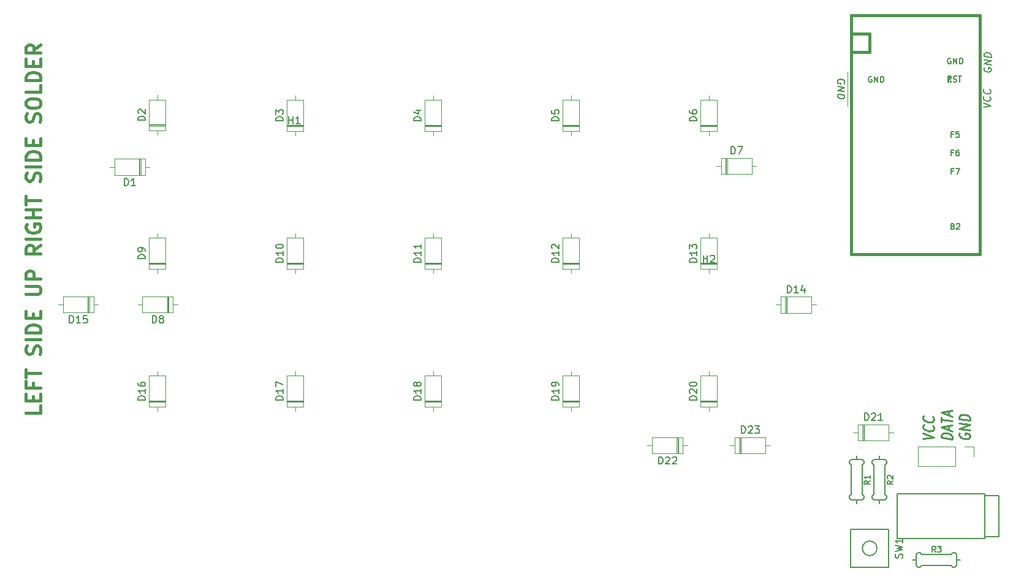
<source format=gbr>
G04 #@! TF.GenerationSoftware,KiCad,Pcbnew,(6.0.0-rc1-dev-1668-g04a478f85)*
G04 #@! TF.CreationDate,2019-04-17T01:05:03-07:00
G04 #@! TF.ProjectId,meson,6d65736f-6e2e-46b6-9963-61645f706362,rev?*
G04 #@! TF.SameCoordinates,Original*
G04 #@! TF.FileFunction,Legend,Top*
G04 #@! TF.FilePolarity,Positive*
%FSLAX46Y46*%
G04 Gerber Fmt 4.6, Leading zero omitted, Abs format (unit mm)*
G04 Created by KiCad (PCBNEW (6.0.0-rc1-dev-1668-g04a478f85)) date 2019-04-17 01:05:03*
%MOMM*%
%LPD*%
G04 APERTURE LIST*
%ADD10C,0.450000*%
%ADD11C,0.120000*%
%ADD12C,0.150000*%
%ADD13C,0.250000*%
%ADD14C,0.381000*%
G04 APERTURE END LIST*
D10*
X126736361Y-99676071D02*
X126736361Y-100628452D01*
X124736361Y-100628452D01*
X125688742Y-99009404D02*
X125688742Y-98342738D01*
X126736361Y-98057023D02*
X126736361Y-99009404D01*
X124736361Y-99009404D01*
X124736361Y-98057023D01*
X125688742Y-96533214D02*
X125688742Y-97199880D01*
X126736361Y-97199880D02*
X124736361Y-97199880D01*
X124736361Y-96247500D01*
X124736361Y-95771309D02*
X124736361Y-94628452D01*
X126736361Y-95199880D02*
X124736361Y-95199880D01*
X126641123Y-92533214D02*
X126736361Y-92247500D01*
X126736361Y-91771309D01*
X126641123Y-91580833D01*
X126545885Y-91485595D01*
X126355409Y-91390357D01*
X126164933Y-91390357D01*
X125974457Y-91485595D01*
X125879219Y-91580833D01*
X125783980Y-91771309D01*
X125688742Y-92152261D01*
X125593504Y-92342738D01*
X125498266Y-92437976D01*
X125307790Y-92533214D01*
X125117314Y-92533214D01*
X124926838Y-92437976D01*
X124831600Y-92342738D01*
X124736361Y-92152261D01*
X124736361Y-91676071D01*
X124831600Y-91390357D01*
X126736361Y-90533214D02*
X124736361Y-90533214D01*
X126736361Y-89580833D02*
X124736361Y-89580833D01*
X124736361Y-89104642D01*
X124831600Y-88818928D01*
X125022076Y-88628452D01*
X125212552Y-88533214D01*
X125593504Y-88437976D01*
X125879219Y-88437976D01*
X126260171Y-88533214D01*
X126450647Y-88628452D01*
X126641123Y-88818928D01*
X126736361Y-89104642D01*
X126736361Y-89580833D01*
X125688742Y-87580833D02*
X125688742Y-86914166D01*
X126736361Y-86628452D02*
X126736361Y-87580833D01*
X124736361Y-87580833D01*
X124736361Y-86628452D01*
X124736361Y-84247500D02*
X126355409Y-84247500D01*
X126545885Y-84152261D01*
X126641123Y-84057023D01*
X126736361Y-83866547D01*
X126736361Y-83485595D01*
X126641123Y-83295119D01*
X126545885Y-83199880D01*
X126355409Y-83104642D01*
X124736361Y-83104642D01*
X126736361Y-82152261D02*
X124736361Y-82152261D01*
X124736361Y-81390357D01*
X124831600Y-81199880D01*
X124926838Y-81104642D01*
X125117314Y-81009404D01*
X125403028Y-81009404D01*
X125593504Y-81104642D01*
X125688742Y-81199880D01*
X125783980Y-81390357D01*
X125783980Y-82152261D01*
X126736361Y-77485595D02*
X125783980Y-78152261D01*
X126736361Y-78628452D02*
X124736361Y-78628452D01*
X124736361Y-77866547D01*
X124831600Y-77676071D01*
X124926838Y-77580833D01*
X125117314Y-77485595D01*
X125403028Y-77485595D01*
X125593504Y-77580833D01*
X125688742Y-77676071D01*
X125783980Y-77866547D01*
X125783980Y-78628452D01*
X126736361Y-76628452D02*
X124736361Y-76628452D01*
X124831600Y-74628452D02*
X124736361Y-74818928D01*
X124736361Y-75104642D01*
X124831600Y-75390357D01*
X125022076Y-75580833D01*
X125212552Y-75676071D01*
X125593504Y-75771309D01*
X125879219Y-75771309D01*
X126260171Y-75676071D01*
X126450647Y-75580833D01*
X126641123Y-75390357D01*
X126736361Y-75104642D01*
X126736361Y-74914166D01*
X126641123Y-74628452D01*
X126545885Y-74533214D01*
X125879219Y-74533214D01*
X125879219Y-74914166D01*
X126736361Y-73676071D02*
X124736361Y-73676071D01*
X125688742Y-73676071D02*
X125688742Y-72533214D01*
X126736361Y-72533214D02*
X124736361Y-72533214D01*
X124736361Y-71866547D02*
X124736361Y-70723690D01*
X126736361Y-71295119D02*
X124736361Y-71295119D01*
X126641123Y-68628452D02*
X126736361Y-68342738D01*
X126736361Y-67866547D01*
X126641123Y-67676071D01*
X126545885Y-67580833D01*
X126355409Y-67485595D01*
X126164933Y-67485595D01*
X125974457Y-67580833D01*
X125879219Y-67676071D01*
X125783980Y-67866547D01*
X125688742Y-68247500D01*
X125593504Y-68437976D01*
X125498266Y-68533214D01*
X125307790Y-68628452D01*
X125117314Y-68628452D01*
X124926838Y-68533214D01*
X124831600Y-68437976D01*
X124736361Y-68247500D01*
X124736361Y-67771309D01*
X124831600Y-67485595D01*
X126736361Y-66628452D02*
X124736361Y-66628452D01*
X126736361Y-65676071D02*
X124736361Y-65676071D01*
X124736361Y-65199880D01*
X124831600Y-64914166D01*
X125022076Y-64723690D01*
X125212552Y-64628452D01*
X125593504Y-64533214D01*
X125879219Y-64533214D01*
X126260171Y-64628452D01*
X126450647Y-64723690D01*
X126641123Y-64914166D01*
X126736361Y-65199880D01*
X126736361Y-65676071D01*
X125688742Y-63676071D02*
X125688742Y-63009404D01*
X126736361Y-62723690D02*
X126736361Y-63676071D01*
X124736361Y-63676071D01*
X124736361Y-62723690D01*
X126641123Y-60437976D02*
X126736361Y-60152261D01*
X126736361Y-59676071D01*
X126641123Y-59485595D01*
X126545885Y-59390357D01*
X126355409Y-59295119D01*
X126164933Y-59295119D01*
X125974457Y-59390357D01*
X125879219Y-59485595D01*
X125783980Y-59676071D01*
X125688742Y-60057023D01*
X125593504Y-60247500D01*
X125498266Y-60342738D01*
X125307790Y-60437976D01*
X125117314Y-60437976D01*
X124926838Y-60342738D01*
X124831600Y-60247500D01*
X124736361Y-60057023D01*
X124736361Y-59580833D01*
X124831600Y-59295119D01*
X124736361Y-58057023D02*
X124736361Y-57676071D01*
X124831600Y-57485595D01*
X125022076Y-57295119D01*
X125403028Y-57199880D01*
X126069695Y-57199880D01*
X126450647Y-57295119D01*
X126641123Y-57485595D01*
X126736361Y-57676071D01*
X126736361Y-58057023D01*
X126641123Y-58247500D01*
X126450647Y-58437976D01*
X126069695Y-58533214D01*
X125403028Y-58533214D01*
X125022076Y-58437976D01*
X124831600Y-58247500D01*
X124736361Y-58057023D01*
X126736361Y-55390357D02*
X126736361Y-56342738D01*
X124736361Y-56342738D01*
X126736361Y-54723690D02*
X124736361Y-54723690D01*
X124736361Y-54247500D01*
X124831600Y-53961785D01*
X125022076Y-53771309D01*
X125212552Y-53676071D01*
X125593504Y-53580833D01*
X125879219Y-53580833D01*
X126260171Y-53676071D01*
X126450647Y-53771309D01*
X126641123Y-53961785D01*
X126736361Y-54247500D01*
X126736361Y-54723690D01*
X125688742Y-52723690D02*
X125688742Y-52057023D01*
X126736361Y-51771309D02*
X126736361Y-52723690D01*
X124736361Y-52723690D01*
X124736361Y-51771309D01*
X126736361Y-49771309D02*
X125783980Y-50437976D01*
X126736361Y-50914166D02*
X124736361Y-50914166D01*
X124736361Y-50152261D01*
X124831600Y-49961785D01*
X124926838Y-49866547D01*
X125117314Y-49771309D01*
X125403028Y-49771309D01*
X125593504Y-49866547D01*
X125688742Y-49961785D01*
X125783980Y-50152261D01*
X125783980Y-50914166D01*
D11*
X238226600Y-58242200D02*
X238226600Y-53492400D01*
D12*
X237799500Y-55200657D02*
X237847119Y-55111372D01*
X237847119Y-54968514D01*
X237799500Y-54819705D01*
X237704261Y-54712562D01*
X237609023Y-54653038D01*
X237418547Y-54581610D01*
X237275690Y-54563752D01*
X237085214Y-54587562D01*
X236989976Y-54623276D01*
X236894738Y-54706610D01*
X236847119Y-54843514D01*
X236847119Y-54938752D01*
X236894738Y-55087562D01*
X236942357Y-55141133D01*
X237275690Y-55182800D01*
X237275690Y-54992324D01*
X236847119Y-55557800D02*
X237847119Y-55682800D01*
X236847119Y-56129229D01*
X237847119Y-56254229D01*
X236847119Y-56605419D02*
X237847119Y-56730419D01*
X237847119Y-56968514D01*
X237799500Y-57105419D01*
X237704261Y-57188752D01*
X237609023Y-57224467D01*
X237418547Y-57248276D01*
X237275690Y-57230419D01*
X237085214Y-57158991D01*
X236989976Y-57099467D01*
X236894738Y-56992324D01*
X236847119Y-56843514D01*
X236847119Y-56605419D01*
X257144900Y-52927142D02*
X257097280Y-53016427D01*
X257097280Y-53159285D01*
X257144900Y-53308094D01*
X257240138Y-53415237D01*
X257335376Y-53474761D01*
X257525852Y-53546189D01*
X257668709Y-53564047D01*
X257859185Y-53540237D01*
X257954423Y-53504523D01*
X258049661Y-53421189D01*
X258097280Y-53284285D01*
X258097280Y-53189047D01*
X258049661Y-53040237D01*
X258002042Y-52986666D01*
X257668709Y-52944999D01*
X257668709Y-53135475D01*
X258097280Y-52569999D02*
X257097280Y-52444999D01*
X258097280Y-51998570D01*
X257097280Y-51873570D01*
X258097280Y-51522380D02*
X257097280Y-51397380D01*
X257097280Y-51159285D01*
X257144900Y-51022380D01*
X257240138Y-50939047D01*
X257335376Y-50903332D01*
X257525852Y-50879523D01*
X257668709Y-50897380D01*
X257859185Y-50968808D01*
X257954423Y-51028332D01*
X258049661Y-51135475D01*
X258097280Y-51284285D01*
X258097280Y-51522380D01*
X257008380Y-58458318D02*
X258008380Y-58249985D01*
X257008380Y-57791651D01*
X257913142Y-56999985D02*
X257960761Y-57053556D01*
X258008380Y-57202366D01*
X258008380Y-57297604D01*
X257960761Y-57434508D01*
X257865523Y-57517842D01*
X257770285Y-57553556D01*
X257579809Y-57577366D01*
X257436952Y-57559508D01*
X257246476Y-57488080D01*
X257151238Y-57428556D01*
X257056000Y-57321413D01*
X257008380Y-57172604D01*
X257008380Y-57077366D01*
X257056000Y-56940461D01*
X257103619Y-56898794D01*
X257913142Y-55999985D02*
X257960761Y-56053556D01*
X258008380Y-56202366D01*
X258008380Y-56297604D01*
X257960761Y-56434508D01*
X257865523Y-56517842D01*
X257770285Y-56553556D01*
X257579809Y-56577366D01*
X257436952Y-56559508D01*
X257246476Y-56488080D01*
X257151238Y-56428556D01*
X257056000Y-56321413D01*
X257008380Y-56172604D01*
X257008380Y-56077366D01*
X257056000Y-55940461D01*
X257103619Y-55898794D01*
D13*
X248677051Y-104264003D02*
X250177051Y-104034837D01*
X248677051Y-103430670D01*
X250034194Y-102469360D02*
X250105622Y-102537813D01*
X250177051Y-102725313D01*
X250177051Y-102844360D01*
X250105622Y-103014003D01*
X249962765Y-103115194D01*
X249819908Y-103156860D01*
X249534194Y-103180670D01*
X249319908Y-103153884D01*
X249034194Y-103058646D01*
X248891337Y-102981265D01*
X248748480Y-102844360D01*
X248677051Y-102656860D01*
X248677051Y-102537813D01*
X248748480Y-102368170D01*
X248819908Y-102317575D01*
X250034194Y-101219360D02*
X250105622Y-101287813D01*
X250177051Y-101475313D01*
X250177051Y-101594360D01*
X250105622Y-101764003D01*
X249962765Y-101865194D01*
X249819908Y-101906860D01*
X249534194Y-101930670D01*
X249319908Y-101903884D01*
X249034194Y-101808646D01*
X248891337Y-101731265D01*
X248748480Y-101594360D01*
X248677051Y-101406860D01*
X248677051Y-101287813D01*
X248748480Y-101118170D01*
X248819908Y-101067575D01*
X252677051Y-104272932D02*
X251177051Y-104085432D01*
X251177051Y-103787813D01*
X251248480Y-103618170D01*
X251391337Y-103516980D01*
X251534194Y-103475313D01*
X251819908Y-103451503D01*
X252034194Y-103478289D01*
X252319908Y-103573527D01*
X252462765Y-103650908D01*
X252605622Y-103787813D01*
X252677051Y-103975313D01*
X252677051Y-104272932D01*
X252248480Y-103028884D02*
X252248480Y-102433646D01*
X252677051Y-103201503D02*
X251177051Y-102597337D01*
X252677051Y-102368170D01*
X251177051Y-101942575D02*
X251177051Y-101228289D01*
X252677051Y-101772932D02*
X251177051Y-101585432D01*
X252248480Y-101005075D02*
X252248480Y-100409837D01*
X252677051Y-101177694D02*
X251177051Y-100573527D01*
X252677051Y-100344360D01*
X253748480Y-103439599D02*
X253677051Y-103549718D01*
X253677051Y-103728289D01*
X253748480Y-103915789D01*
X253891337Y-104052694D01*
X254034194Y-104130075D01*
X254319908Y-104225313D01*
X254534194Y-104252099D01*
X254819908Y-104228289D01*
X254962765Y-104186622D01*
X255105622Y-104085432D01*
X255177051Y-103915789D01*
X255177051Y-103796741D01*
X255105622Y-103609241D01*
X255034194Y-103540789D01*
X254534194Y-103478289D01*
X254534194Y-103716384D01*
X255177051Y-103022932D02*
X253677051Y-102835432D01*
X255177051Y-102308646D01*
X253677051Y-102121146D01*
X255177051Y-101713408D02*
X253677051Y-101525908D01*
X253677051Y-101228289D01*
X253748480Y-101058646D01*
X253891337Y-100957456D01*
X254034194Y-100915789D01*
X254319908Y-100891980D01*
X254534194Y-100918765D01*
X254819908Y-101014003D01*
X254962765Y-101091384D01*
X255105622Y-101228289D01*
X255177051Y-101415789D01*
X255177051Y-101713408D01*
D12*
X238700000Y-121980000D02*
X238700000Y-116780000D01*
X238700000Y-116780000D02*
X243900000Y-116780000D01*
X243900000Y-116780000D02*
X243900000Y-121980000D01*
X243900000Y-121980000D02*
X238700000Y-121980000D01*
X242300000Y-119380000D02*
G75*
G03X242300000Y-119380000I-1000000J0D01*
G01*
X253301500Y-121793000D02*
X253047500Y-122047000D01*
X253047500Y-122047000D02*
X252793500Y-122047000D01*
X252793500Y-122047000D02*
X252539500Y-121793000D01*
X252539500Y-121793000D02*
X248475500Y-121793000D01*
X248475500Y-121793000D02*
X248221500Y-122047000D01*
X248221500Y-122047000D02*
X247967500Y-122047000D01*
X247967500Y-122047000D02*
X247713500Y-121793000D01*
X247713500Y-121793000D02*
X247713500Y-120269000D01*
X247713500Y-120269000D02*
X247967500Y-120015000D01*
X247967500Y-120015000D02*
X248221500Y-120015000D01*
X248221500Y-120015000D02*
X248475500Y-120269000D01*
X248475500Y-120269000D02*
X252539500Y-120269000D01*
X252539500Y-120269000D02*
X252793500Y-120015000D01*
X252793500Y-120015000D02*
X253047500Y-120015000D01*
X253047500Y-120015000D02*
X253301500Y-120269000D01*
X253301500Y-120269000D02*
X253301500Y-121793000D01*
X253809500Y-121031000D02*
X253301500Y-121031000D01*
X247713500Y-121031000D02*
X247205500Y-121031000D01*
X257175000Y-117985000D02*
X257175000Y-111885000D01*
X245075000Y-117985000D02*
X245075000Y-111885000D01*
X257175000Y-117985000D02*
X245075000Y-117985000D01*
X257175000Y-111885000D02*
X245075000Y-111885000D01*
X257175000Y-117735000D02*
X259175000Y-117735000D01*
X257175000Y-112135000D02*
X259175000Y-112135000D01*
X259175000Y-117735000D02*
X259175000Y-112135000D01*
D11*
X140579920Y-67802620D02*
X140579920Y-65562620D01*
X140339920Y-67802620D02*
X140339920Y-65562620D01*
X140459920Y-67802620D02*
X140459920Y-65562620D01*
X136289920Y-66682620D02*
X136939920Y-66682620D01*
X141829920Y-66682620D02*
X141179920Y-66682620D01*
X136939920Y-67802620D02*
X141179920Y-67802620D01*
X136939920Y-65562620D02*
X136939920Y-67802620D01*
X141179920Y-65562620D02*
X136939920Y-65562620D01*
X141179920Y-67802620D02*
X141179920Y-65562620D01*
X141755000Y-61006800D02*
X143995000Y-61006800D01*
X141755000Y-60766800D02*
X143995000Y-60766800D01*
X141755000Y-60886800D02*
X143995000Y-60886800D01*
X142875000Y-56716800D02*
X142875000Y-57366800D01*
X142875000Y-62256800D02*
X142875000Y-61606800D01*
X141755000Y-57366800D02*
X141755000Y-61606800D01*
X143995000Y-57366800D02*
X141755000Y-57366800D01*
X143995000Y-61606800D02*
X143995000Y-57366800D01*
X141755000Y-61606800D02*
X143995000Y-61606800D01*
X160805000Y-61083000D02*
X163045000Y-61083000D01*
X160805000Y-60843000D02*
X163045000Y-60843000D01*
X160805000Y-60963000D02*
X163045000Y-60963000D01*
X161925000Y-56793000D02*
X161925000Y-57443000D01*
X161925000Y-62333000D02*
X161925000Y-61683000D01*
X160805000Y-57443000D02*
X160805000Y-61683000D01*
X163045000Y-57443000D02*
X160805000Y-57443000D01*
X163045000Y-61683000D02*
X163045000Y-57443000D01*
X160805000Y-61683000D02*
X163045000Y-61683000D01*
X179855000Y-61083000D02*
X182095000Y-61083000D01*
X179855000Y-60843000D02*
X182095000Y-60843000D01*
X179855000Y-60963000D02*
X182095000Y-60963000D01*
X180975000Y-56793000D02*
X180975000Y-57443000D01*
X180975000Y-62333000D02*
X180975000Y-61683000D01*
X179855000Y-57443000D02*
X179855000Y-61683000D01*
X182095000Y-57443000D02*
X179855000Y-57443000D01*
X182095000Y-61683000D02*
X182095000Y-57443000D01*
X179855000Y-61683000D02*
X182095000Y-61683000D01*
X198905000Y-61083000D02*
X201145000Y-61083000D01*
X198905000Y-60843000D02*
X201145000Y-60843000D01*
X198905000Y-60963000D02*
X201145000Y-60963000D01*
X200025000Y-56793000D02*
X200025000Y-57443000D01*
X200025000Y-62333000D02*
X200025000Y-61683000D01*
X198905000Y-57443000D02*
X198905000Y-61683000D01*
X201145000Y-57443000D02*
X198905000Y-57443000D01*
X201145000Y-61683000D02*
X201145000Y-57443000D01*
X198905000Y-61683000D02*
X201145000Y-61683000D01*
X217955000Y-61083000D02*
X220195000Y-61083000D01*
X217955000Y-60843000D02*
X220195000Y-60843000D01*
X217955000Y-60963000D02*
X220195000Y-60963000D01*
X219075000Y-56793000D02*
X219075000Y-57443000D01*
X219075000Y-62333000D02*
X219075000Y-61683000D01*
X217955000Y-57443000D02*
X217955000Y-61683000D01*
X220195000Y-57443000D02*
X217955000Y-57443000D01*
X220195000Y-61683000D02*
X220195000Y-57443000D01*
X217955000Y-61683000D02*
X220195000Y-61683000D01*
X221365000Y-65428000D02*
X221365000Y-67668000D01*
X221605000Y-65428000D02*
X221605000Y-67668000D01*
X221485000Y-65428000D02*
X221485000Y-67668000D01*
X225655000Y-66548000D02*
X225005000Y-66548000D01*
X220115000Y-66548000D02*
X220765000Y-66548000D01*
X225005000Y-65428000D02*
X220765000Y-65428000D01*
X225005000Y-67668000D02*
X225005000Y-65428000D01*
X220765000Y-67668000D02*
X225005000Y-67668000D01*
X220765000Y-65428000D02*
X220765000Y-67668000D01*
X144458500Y-86781500D02*
X144458500Y-84541500D01*
X144218500Y-86781500D02*
X144218500Y-84541500D01*
X144338500Y-86781500D02*
X144338500Y-84541500D01*
X140168500Y-85661500D02*
X140818500Y-85661500D01*
X145708500Y-85661500D02*
X145058500Y-85661500D01*
X140818500Y-86781500D02*
X145058500Y-86781500D01*
X140818500Y-84541500D02*
X140818500Y-86781500D01*
X145058500Y-84541500D02*
X140818500Y-84541500D01*
X145058500Y-86781500D02*
X145058500Y-84541500D01*
X141755000Y-80133000D02*
X143995000Y-80133000D01*
X141755000Y-79893000D02*
X143995000Y-79893000D01*
X141755000Y-80013000D02*
X143995000Y-80013000D01*
X142875000Y-75843000D02*
X142875000Y-76493000D01*
X142875000Y-81383000D02*
X142875000Y-80733000D01*
X141755000Y-76493000D02*
X141755000Y-80733000D01*
X143995000Y-76493000D02*
X141755000Y-76493000D01*
X143995000Y-80733000D02*
X143995000Y-76493000D01*
X141755000Y-80733000D02*
X143995000Y-80733000D01*
X160805000Y-80133000D02*
X163045000Y-80133000D01*
X160805000Y-79893000D02*
X163045000Y-79893000D01*
X160805000Y-80013000D02*
X163045000Y-80013000D01*
X161925000Y-75843000D02*
X161925000Y-76493000D01*
X161925000Y-81383000D02*
X161925000Y-80733000D01*
X160805000Y-76493000D02*
X160805000Y-80733000D01*
X163045000Y-76493000D02*
X160805000Y-76493000D01*
X163045000Y-80733000D02*
X163045000Y-76493000D01*
X160805000Y-80733000D02*
X163045000Y-80733000D01*
X179855000Y-80133000D02*
X182095000Y-80133000D01*
X179855000Y-79893000D02*
X182095000Y-79893000D01*
X179855000Y-80013000D02*
X182095000Y-80013000D01*
X180975000Y-75843000D02*
X180975000Y-76493000D01*
X180975000Y-81383000D02*
X180975000Y-80733000D01*
X179855000Y-76493000D02*
X179855000Y-80733000D01*
X182095000Y-76493000D02*
X179855000Y-76493000D01*
X182095000Y-80733000D02*
X182095000Y-76493000D01*
X179855000Y-80733000D02*
X182095000Y-80733000D01*
X198905000Y-80133000D02*
X201145000Y-80133000D01*
X198905000Y-79893000D02*
X201145000Y-79893000D01*
X198905000Y-80013000D02*
X201145000Y-80013000D01*
X200025000Y-75843000D02*
X200025000Y-76493000D01*
X200025000Y-81383000D02*
X200025000Y-80733000D01*
X198905000Y-76493000D02*
X198905000Y-80733000D01*
X201145000Y-76493000D02*
X198905000Y-76493000D01*
X201145000Y-80733000D02*
X201145000Y-76493000D01*
X198905000Y-80733000D02*
X201145000Y-80733000D01*
X217955000Y-80133000D02*
X220195000Y-80133000D01*
X217955000Y-79893000D02*
X220195000Y-79893000D01*
X217955000Y-80013000D02*
X220195000Y-80013000D01*
X219075000Y-75843000D02*
X219075000Y-76493000D01*
X219075000Y-81383000D02*
X219075000Y-80733000D01*
X217955000Y-76493000D02*
X217955000Y-80733000D01*
X220195000Y-76493000D02*
X217955000Y-76493000D01*
X220195000Y-80733000D02*
X220195000Y-76493000D01*
X217955000Y-80733000D02*
X220195000Y-80733000D01*
X229620000Y-84605000D02*
X229620000Y-86845000D01*
X229860000Y-84605000D02*
X229860000Y-86845000D01*
X229740000Y-84605000D02*
X229740000Y-86845000D01*
X233910000Y-85725000D02*
X233260000Y-85725000D01*
X228370000Y-85725000D02*
X229020000Y-85725000D01*
X233260000Y-84605000D02*
X229020000Y-84605000D01*
X233260000Y-86845000D02*
X233260000Y-84605000D01*
X229020000Y-86845000D02*
X233260000Y-86845000D01*
X229020000Y-84605000D02*
X229020000Y-86845000D01*
X133473000Y-86781500D02*
X133473000Y-84541500D01*
X133233000Y-86781500D02*
X133233000Y-84541500D01*
X133353000Y-86781500D02*
X133353000Y-84541500D01*
X129183000Y-85661500D02*
X129833000Y-85661500D01*
X134723000Y-85661500D02*
X134073000Y-85661500D01*
X129833000Y-86781500D02*
X134073000Y-86781500D01*
X129833000Y-84541500D02*
X129833000Y-86781500D01*
X134073000Y-84541500D02*
X129833000Y-84541500D01*
X134073000Y-86781500D02*
X134073000Y-84541500D01*
X141755000Y-99183000D02*
X143995000Y-99183000D01*
X141755000Y-98943000D02*
X143995000Y-98943000D01*
X141755000Y-99063000D02*
X143995000Y-99063000D01*
X142875000Y-94893000D02*
X142875000Y-95543000D01*
X142875000Y-100433000D02*
X142875000Y-99783000D01*
X141755000Y-95543000D02*
X141755000Y-99783000D01*
X143995000Y-95543000D02*
X141755000Y-95543000D01*
X143995000Y-99783000D02*
X143995000Y-95543000D01*
X141755000Y-99783000D02*
X143995000Y-99783000D01*
X160805000Y-99183000D02*
X163045000Y-99183000D01*
X160805000Y-98943000D02*
X163045000Y-98943000D01*
X160805000Y-99063000D02*
X163045000Y-99063000D01*
X161925000Y-94893000D02*
X161925000Y-95543000D01*
X161925000Y-100433000D02*
X161925000Y-99783000D01*
X160805000Y-95543000D02*
X160805000Y-99783000D01*
X163045000Y-95543000D02*
X160805000Y-95543000D01*
X163045000Y-99783000D02*
X163045000Y-95543000D01*
X160805000Y-99783000D02*
X163045000Y-99783000D01*
X179855000Y-99183000D02*
X182095000Y-99183000D01*
X179855000Y-98943000D02*
X182095000Y-98943000D01*
X179855000Y-99063000D02*
X182095000Y-99063000D01*
X180975000Y-94893000D02*
X180975000Y-95543000D01*
X180975000Y-100433000D02*
X180975000Y-99783000D01*
X179855000Y-95543000D02*
X179855000Y-99783000D01*
X182095000Y-95543000D02*
X179855000Y-95543000D01*
X182095000Y-99783000D02*
X182095000Y-95543000D01*
X179855000Y-99783000D02*
X182095000Y-99783000D01*
X198905000Y-99183000D02*
X201145000Y-99183000D01*
X198905000Y-98943000D02*
X201145000Y-98943000D01*
X198905000Y-99063000D02*
X201145000Y-99063000D01*
X200025000Y-94893000D02*
X200025000Y-95543000D01*
X200025000Y-100433000D02*
X200025000Y-99783000D01*
X198905000Y-95543000D02*
X198905000Y-99783000D01*
X201145000Y-95543000D02*
X198905000Y-95543000D01*
X201145000Y-99783000D02*
X201145000Y-95543000D01*
X198905000Y-99783000D02*
X201145000Y-99783000D01*
X217955000Y-99183000D02*
X220195000Y-99183000D01*
X217955000Y-98943000D02*
X220195000Y-98943000D01*
X217955000Y-99063000D02*
X220195000Y-99063000D01*
X219075000Y-94893000D02*
X219075000Y-95543000D01*
X219075000Y-100433000D02*
X219075000Y-99783000D01*
X217955000Y-95543000D02*
X217955000Y-99783000D01*
X220195000Y-95543000D02*
X217955000Y-95543000D01*
X220195000Y-99783000D02*
X220195000Y-95543000D01*
X217955000Y-99783000D02*
X220195000Y-99783000D01*
X240288000Y-102258000D02*
X240288000Y-104498000D01*
X240528000Y-102258000D02*
X240528000Y-104498000D01*
X240408000Y-102258000D02*
X240408000Y-104498000D01*
X244578000Y-103378000D02*
X243928000Y-103378000D01*
X239038000Y-103378000D02*
X239688000Y-103378000D01*
X243928000Y-102258000D02*
X239688000Y-102258000D01*
X243928000Y-104498000D02*
X243928000Y-102258000D01*
X239688000Y-104498000D02*
X243928000Y-104498000D01*
X239688000Y-102258000D02*
X239688000Y-104498000D01*
X214880000Y-106276000D02*
X214880000Y-104036000D01*
X214640000Y-106276000D02*
X214640000Y-104036000D01*
X214760000Y-106276000D02*
X214760000Y-104036000D01*
X210590000Y-105156000D02*
X211240000Y-105156000D01*
X216130000Y-105156000D02*
X215480000Y-105156000D01*
X211240000Y-106276000D02*
X215480000Y-106276000D01*
X211240000Y-104036000D02*
X211240000Y-106276000D01*
X215480000Y-104036000D02*
X211240000Y-104036000D01*
X215480000Y-106276000D02*
X215480000Y-104036000D01*
X223270000Y-104036000D02*
X223270000Y-106276000D01*
X223510000Y-104036000D02*
X223510000Y-106276000D01*
X223390000Y-104036000D02*
X223390000Y-106276000D01*
X227560000Y-105156000D02*
X226910000Y-105156000D01*
X222020000Y-105156000D02*
X222670000Y-105156000D01*
X226910000Y-104036000D02*
X222670000Y-104036000D01*
X226910000Y-106276000D02*
X226910000Y-104036000D01*
X222670000Y-106276000D02*
X226910000Y-106276000D01*
X222670000Y-104036000D02*
X222670000Y-106276000D01*
D12*
X238718855Y-112692575D02*
X238464855Y-112438575D01*
X238464855Y-112438575D02*
X238464855Y-112184575D01*
X238464855Y-112184575D02*
X238718855Y-111930575D01*
X238718855Y-111930575D02*
X238718855Y-107866575D01*
X238718855Y-107866575D02*
X238464855Y-107612575D01*
X238464855Y-107612575D02*
X238464855Y-107358575D01*
X238464855Y-107358575D02*
X238718855Y-107104575D01*
X238718855Y-107104575D02*
X240242855Y-107104575D01*
X240242855Y-107104575D02*
X240496855Y-107358575D01*
X240496855Y-107358575D02*
X240496855Y-107612575D01*
X240496855Y-107612575D02*
X240242855Y-107866575D01*
X240242855Y-107866575D02*
X240242855Y-111930575D01*
X240242855Y-111930575D02*
X240496855Y-112184575D01*
X240496855Y-112184575D02*
X240496855Y-112438575D01*
X240496855Y-112438575D02*
X240242855Y-112692575D01*
X240242855Y-112692575D02*
X238718855Y-112692575D01*
X239480855Y-113200575D02*
X239480855Y-112692575D01*
X239480855Y-107104575D02*
X239480855Y-106596575D01*
X241898855Y-112692575D02*
X241644855Y-112438575D01*
X241644855Y-112438575D02*
X241644855Y-112184575D01*
X241644855Y-112184575D02*
X241898855Y-111930575D01*
X241898855Y-111930575D02*
X241898855Y-107866575D01*
X241898855Y-107866575D02*
X241644855Y-107612575D01*
X241644855Y-107612575D02*
X241644855Y-107358575D01*
X241644855Y-107358575D02*
X241898855Y-107104575D01*
X241898855Y-107104575D02*
X243422855Y-107104575D01*
X243422855Y-107104575D02*
X243676855Y-107358575D01*
X243676855Y-107358575D02*
X243676855Y-107612575D01*
X243676855Y-107612575D02*
X243422855Y-107866575D01*
X243422855Y-107866575D02*
X243422855Y-111930575D01*
X243422855Y-111930575D02*
X243676855Y-112184575D01*
X243676855Y-112184575D02*
X243676855Y-112438575D01*
X243676855Y-112438575D02*
X243422855Y-112692575D01*
X243422855Y-112692575D02*
X241898855Y-112692575D01*
X242660855Y-113200575D02*
X242660855Y-112692575D01*
X242660855Y-107104575D02*
X242660855Y-106596575D01*
D11*
X255711000Y-105350000D02*
X255711000Y-106680000D01*
X254381000Y-105350000D02*
X255711000Y-105350000D01*
X253111000Y-105350000D02*
X253111000Y-108010000D01*
X253111000Y-108010000D02*
X247971000Y-108010000D01*
X253111000Y-105350000D02*
X247971000Y-105350000D01*
X247971000Y-105350000D02*
X247971000Y-108010000D01*
D14*
X241300000Y-48260000D02*
X238760000Y-48260000D01*
X238760000Y-45720000D02*
X238760000Y-48260000D01*
X256540000Y-45720000D02*
X238760000Y-45720000D01*
X256540000Y-48260000D02*
X256540000Y-45720000D01*
D12*
G36*
X252581568Y-54739360D02*
G01*
X252581568Y-54939360D01*
X252481568Y-54939360D01*
X252481568Y-54739360D01*
X252581568Y-54739360D01*
G37*
X252581568Y-54739360D02*
X252581568Y-54939360D01*
X252481568Y-54939360D01*
X252481568Y-54739360D01*
X252581568Y-54739360D01*
G36*
X252181568Y-54139360D02*
G01*
X252181568Y-54939360D01*
X252081568Y-54939360D01*
X252081568Y-54139360D01*
X252181568Y-54139360D01*
G37*
X252181568Y-54139360D02*
X252181568Y-54939360D01*
X252081568Y-54939360D01*
X252081568Y-54139360D01*
X252181568Y-54139360D01*
G36*
X252581568Y-54139360D02*
G01*
X252581568Y-54239360D01*
X252081568Y-54239360D01*
X252081568Y-54139360D01*
X252581568Y-54139360D01*
G37*
X252581568Y-54139360D02*
X252581568Y-54239360D01*
X252081568Y-54239360D01*
X252081568Y-54139360D01*
X252581568Y-54139360D01*
G36*
X252381568Y-54539360D02*
G01*
X252381568Y-54639360D01*
X252281568Y-54639360D01*
X252281568Y-54539360D01*
X252381568Y-54539360D01*
G37*
X252381568Y-54539360D02*
X252381568Y-54639360D01*
X252281568Y-54639360D01*
X252281568Y-54539360D01*
X252381568Y-54539360D01*
G36*
X252581568Y-54139360D02*
G01*
X252581568Y-54439360D01*
X252481568Y-54439360D01*
X252481568Y-54139360D01*
X252581568Y-54139360D01*
G37*
X252581568Y-54139360D02*
X252581568Y-54439360D01*
X252481568Y-54439360D01*
X252481568Y-54139360D01*
X252581568Y-54139360D01*
D14*
X241300000Y-50800000D02*
X238760000Y-50800000D01*
X241300000Y-48260000D02*
X241300000Y-50800000D01*
X256540000Y-78740000D02*
X256540000Y-48260000D01*
X238760000Y-78740000D02*
X256540000Y-78740000D01*
X238760000Y-48260000D02*
X238760000Y-78740000D01*
D12*
X218313095Y-79877380D02*
X218313095Y-78877380D01*
X218313095Y-79353571D02*
X218884523Y-79353571D01*
X218884523Y-79877380D02*
X218884523Y-78877380D01*
X219313095Y-78972619D02*
X219360714Y-78925000D01*
X219455952Y-78877380D01*
X219694047Y-78877380D01*
X219789285Y-78925000D01*
X219836904Y-78972619D01*
X219884523Y-79067857D01*
X219884523Y-79163095D01*
X219836904Y-79305952D01*
X219265476Y-79877380D01*
X219884523Y-79877380D01*
X161023096Y-60687381D02*
X161023096Y-59687381D01*
X161023096Y-60163572D02*
X161594524Y-60163572D01*
X161594524Y-60687381D02*
X161594524Y-59687381D01*
X162594524Y-60687381D02*
X162023096Y-60687381D01*
X162308810Y-60687381D02*
X162308810Y-59687381D01*
X162213572Y-59830239D01*
X162118334Y-59925477D01*
X162023096Y-59973096D01*
X245768761Y-120713333D02*
X245816380Y-120570476D01*
X245816380Y-120332380D01*
X245768761Y-120237142D01*
X245721142Y-120189523D01*
X245625904Y-120141904D01*
X245530666Y-120141904D01*
X245435428Y-120189523D01*
X245387809Y-120237142D01*
X245340190Y-120332380D01*
X245292571Y-120522857D01*
X245244952Y-120618095D01*
X245197333Y-120665714D01*
X245102095Y-120713333D01*
X245006857Y-120713333D01*
X244911619Y-120665714D01*
X244864000Y-120618095D01*
X244816380Y-120522857D01*
X244816380Y-120284761D01*
X244864000Y-120141904D01*
X244816380Y-119808571D02*
X245816380Y-119570476D01*
X245102095Y-119380000D01*
X245816380Y-119189523D01*
X244816380Y-118951428D01*
X245816380Y-118046666D02*
X245816380Y-118618095D01*
X245816380Y-118332380D02*
X244816380Y-118332380D01*
X244959238Y-118427619D01*
X245054476Y-118522857D01*
X245102095Y-118618095D01*
X250399566Y-119892904D02*
X250132900Y-119511952D01*
X249942423Y-119892904D02*
X249942423Y-119092904D01*
X250247185Y-119092904D01*
X250323376Y-119131000D01*
X250361471Y-119169095D01*
X250399566Y-119245285D01*
X250399566Y-119359571D01*
X250361471Y-119435761D01*
X250323376Y-119473857D01*
X250247185Y-119511952D01*
X249942423Y-119511952D01*
X250666233Y-119092904D02*
X251161471Y-119092904D01*
X250894804Y-119397666D01*
X251009090Y-119397666D01*
X251085280Y-119435761D01*
X251123376Y-119473857D01*
X251161471Y-119550047D01*
X251161471Y-119740523D01*
X251123376Y-119816714D01*
X251085280Y-119854809D01*
X251009090Y-119892904D01*
X250780519Y-119892904D01*
X250704328Y-119854809D01*
X250666233Y-119816714D01*
X138321824Y-69255000D02*
X138321824Y-68255000D01*
X138559920Y-68255000D01*
X138702777Y-68302620D01*
X138798015Y-68397858D01*
X138845634Y-68493096D01*
X138893253Y-68683572D01*
X138893253Y-68826429D01*
X138845634Y-69016905D01*
X138798015Y-69112143D01*
X138702777Y-69207381D01*
X138559920Y-69255000D01*
X138321824Y-69255000D01*
X139845634Y-69255000D02*
X139274205Y-69255000D01*
X139559920Y-69255000D02*
X139559920Y-68255000D01*
X139464681Y-68397858D01*
X139369443Y-68493096D01*
X139274205Y-68540715D01*
X141207380Y-60224895D02*
X140207380Y-60224895D01*
X140207380Y-59986800D01*
X140255000Y-59843942D01*
X140350238Y-59748704D01*
X140445476Y-59701085D01*
X140635952Y-59653466D01*
X140778809Y-59653466D01*
X140969285Y-59701085D01*
X141064523Y-59748704D01*
X141159761Y-59843942D01*
X141207380Y-59986800D01*
X141207380Y-60224895D01*
X140302619Y-59272514D02*
X140255000Y-59224895D01*
X140207380Y-59129657D01*
X140207380Y-58891561D01*
X140255000Y-58796323D01*
X140302619Y-58748704D01*
X140397857Y-58701085D01*
X140493095Y-58701085D01*
X140635952Y-58748704D01*
X141207380Y-59320133D01*
X141207380Y-58701085D01*
X160257380Y-60301095D02*
X159257380Y-60301095D01*
X159257380Y-60063000D01*
X159305000Y-59920142D01*
X159400238Y-59824904D01*
X159495476Y-59777285D01*
X159685952Y-59729666D01*
X159828809Y-59729666D01*
X160019285Y-59777285D01*
X160114523Y-59824904D01*
X160209761Y-59920142D01*
X160257380Y-60063000D01*
X160257380Y-60301095D01*
X159257380Y-59396333D02*
X159257380Y-58777285D01*
X159638333Y-59110619D01*
X159638333Y-58967761D01*
X159685952Y-58872523D01*
X159733571Y-58824904D01*
X159828809Y-58777285D01*
X160066904Y-58777285D01*
X160162142Y-58824904D01*
X160209761Y-58872523D01*
X160257380Y-58967761D01*
X160257380Y-59253476D01*
X160209761Y-59348714D01*
X160162142Y-59396333D01*
X179307380Y-60301095D02*
X178307380Y-60301095D01*
X178307380Y-60063000D01*
X178355000Y-59920142D01*
X178450238Y-59824904D01*
X178545476Y-59777285D01*
X178735952Y-59729666D01*
X178878809Y-59729666D01*
X179069285Y-59777285D01*
X179164523Y-59824904D01*
X179259761Y-59920142D01*
X179307380Y-60063000D01*
X179307380Y-60301095D01*
X178640714Y-58872523D02*
X179307380Y-58872523D01*
X178259761Y-59110619D02*
X178974047Y-59348714D01*
X178974047Y-58729666D01*
X198357380Y-60301095D02*
X197357380Y-60301095D01*
X197357380Y-60063000D01*
X197405000Y-59920142D01*
X197500238Y-59824904D01*
X197595476Y-59777285D01*
X197785952Y-59729666D01*
X197928809Y-59729666D01*
X198119285Y-59777285D01*
X198214523Y-59824904D01*
X198309761Y-59920142D01*
X198357380Y-60063000D01*
X198357380Y-60301095D01*
X197357380Y-58824904D02*
X197357380Y-59301095D01*
X197833571Y-59348714D01*
X197785952Y-59301095D01*
X197738333Y-59205857D01*
X197738333Y-58967761D01*
X197785952Y-58872523D01*
X197833571Y-58824904D01*
X197928809Y-58777285D01*
X198166904Y-58777285D01*
X198262142Y-58824904D01*
X198309761Y-58872523D01*
X198357380Y-58967761D01*
X198357380Y-59205857D01*
X198309761Y-59301095D01*
X198262142Y-59348714D01*
X217407380Y-60301095D02*
X216407380Y-60301095D01*
X216407380Y-60063000D01*
X216455000Y-59920142D01*
X216550238Y-59824904D01*
X216645476Y-59777285D01*
X216835952Y-59729666D01*
X216978809Y-59729666D01*
X217169285Y-59777285D01*
X217264523Y-59824904D01*
X217359761Y-59920142D01*
X217407380Y-60063000D01*
X217407380Y-60301095D01*
X216407380Y-58872523D02*
X216407380Y-59063000D01*
X216455000Y-59158238D01*
X216502619Y-59205857D01*
X216645476Y-59301095D01*
X216835952Y-59348714D01*
X217216904Y-59348714D01*
X217312142Y-59301095D01*
X217359761Y-59253476D01*
X217407380Y-59158238D01*
X217407380Y-58967761D01*
X217359761Y-58872523D01*
X217312142Y-58824904D01*
X217216904Y-58777285D01*
X216978809Y-58777285D01*
X216883571Y-58824904D01*
X216835952Y-58872523D01*
X216788333Y-58967761D01*
X216788333Y-59158238D01*
X216835952Y-59253476D01*
X216883571Y-59301095D01*
X216978809Y-59348714D01*
X222146904Y-64880380D02*
X222146904Y-63880380D01*
X222385000Y-63880380D01*
X222527857Y-63928000D01*
X222623095Y-64023238D01*
X222670714Y-64118476D01*
X222718333Y-64308952D01*
X222718333Y-64451809D01*
X222670714Y-64642285D01*
X222623095Y-64737523D01*
X222527857Y-64832761D01*
X222385000Y-64880380D01*
X222146904Y-64880380D01*
X223051666Y-63880380D02*
X223718333Y-63880380D01*
X223289761Y-64880380D01*
X142200404Y-88233880D02*
X142200404Y-87233880D01*
X142438500Y-87233880D01*
X142581357Y-87281500D01*
X142676595Y-87376738D01*
X142724214Y-87471976D01*
X142771833Y-87662452D01*
X142771833Y-87805309D01*
X142724214Y-87995785D01*
X142676595Y-88091023D01*
X142581357Y-88186261D01*
X142438500Y-88233880D01*
X142200404Y-88233880D01*
X143343261Y-87662452D02*
X143248023Y-87614833D01*
X143200404Y-87567214D01*
X143152785Y-87471976D01*
X143152785Y-87424357D01*
X143200404Y-87329119D01*
X143248023Y-87281500D01*
X143343261Y-87233880D01*
X143533738Y-87233880D01*
X143628976Y-87281500D01*
X143676595Y-87329119D01*
X143724214Y-87424357D01*
X143724214Y-87471976D01*
X143676595Y-87567214D01*
X143628976Y-87614833D01*
X143533738Y-87662452D01*
X143343261Y-87662452D01*
X143248023Y-87710071D01*
X143200404Y-87757690D01*
X143152785Y-87852928D01*
X143152785Y-88043404D01*
X143200404Y-88138642D01*
X143248023Y-88186261D01*
X143343261Y-88233880D01*
X143533738Y-88233880D01*
X143628976Y-88186261D01*
X143676595Y-88138642D01*
X143724214Y-88043404D01*
X143724214Y-87852928D01*
X143676595Y-87757690D01*
X143628976Y-87710071D01*
X143533738Y-87662452D01*
X141207380Y-79351095D02*
X140207380Y-79351095D01*
X140207380Y-79113000D01*
X140255000Y-78970142D01*
X140350238Y-78874904D01*
X140445476Y-78827285D01*
X140635952Y-78779666D01*
X140778809Y-78779666D01*
X140969285Y-78827285D01*
X141064523Y-78874904D01*
X141159761Y-78970142D01*
X141207380Y-79113000D01*
X141207380Y-79351095D01*
X141207380Y-78303476D02*
X141207380Y-78113000D01*
X141159761Y-78017761D01*
X141112142Y-77970142D01*
X140969285Y-77874904D01*
X140778809Y-77827285D01*
X140397857Y-77827285D01*
X140302619Y-77874904D01*
X140255000Y-77922523D01*
X140207380Y-78017761D01*
X140207380Y-78208238D01*
X140255000Y-78303476D01*
X140302619Y-78351095D01*
X140397857Y-78398714D01*
X140635952Y-78398714D01*
X140731190Y-78351095D01*
X140778809Y-78303476D01*
X140826428Y-78208238D01*
X140826428Y-78017761D01*
X140778809Y-77922523D01*
X140731190Y-77874904D01*
X140635952Y-77827285D01*
X160257380Y-79827285D02*
X159257380Y-79827285D01*
X159257380Y-79589190D01*
X159305000Y-79446333D01*
X159400238Y-79351095D01*
X159495476Y-79303476D01*
X159685952Y-79255857D01*
X159828809Y-79255857D01*
X160019285Y-79303476D01*
X160114523Y-79351095D01*
X160209761Y-79446333D01*
X160257380Y-79589190D01*
X160257380Y-79827285D01*
X160257380Y-78303476D02*
X160257380Y-78874904D01*
X160257380Y-78589190D02*
X159257380Y-78589190D01*
X159400238Y-78684428D01*
X159495476Y-78779666D01*
X159543095Y-78874904D01*
X159257380Y-77684428D02*
X159257380Y-77589190D01*
X159305000Y-77493952D01*
X159352619Y-77446333D01*
X159447857Y-77398714D01*
X159638333Y-77351095D01*
X159876428Y-77351095D01*
X160066904Y-77398714D01*
X160162142Y-77446333D01*
X160209761Y-77493952D01*
X160257380Y-77589190D01*
X160257380Y-77684428D01*
X160209761Y-77779666D01*
X160162142Y-77827285D01*
X160066904Y-77874904D01*
X159876428Y-77922523D01*
X159638333Y-77922523D01*
X159447857Y-77874904D01*
X159352619Y-77827285D01*
X159305000Y-77779666D01*
X159257380Y-77684428D01*
X179307380Y-79827285D02*
X178307380Y-79827285D01*
X178307380Y-79589190D01*
X178355000Y-79446333D01*
X178450238Y-79351095D01*
X178545476Y-79303476D01*
X178735952Y-79255857D01*
X178878809Y-79255857D01*
X179069285Y-79303476D01*
X179164523Y-79351095D01*
X179259761Y-79446333D01*
X179307380Y-79589190D01*
X179307380Y-79827285D01*
X179307380Y-78303476D02*
X179307380Y-78874904D01*
X179307380Y-78589190D02*
X178307380Y-78589190D01*
X178450238Y-78684428D01*
X178545476Y-78779666D01*
X178593095Y-78874904D01*
X179307380Y-77351095D02*
X179307380Y-77922523D01*
X179307380Y-77636809D02*
X178307380Y-77636809D01*
X178450238Y-77732047D01*
X178545476Y-77827285D01*
X178593095Y-77922523D01*
X198357380Y-79827285D02*
X197357380Y-79827285D01*
X197357380Y-79589190D01*
X197405000Y-79446333D01*
X197500238Y-79351095D01*
X197595476Y-79303476D01*
X197785952Y-79255857D01*
X197928809Y-79255857D01*
X198119285Y-79303476D01*
X198214523Y-79351095D01*
X198309761Y-79446333D01*
X198357380Y-79589190D01*
X198357380Y-79827285D01*
X198357380Y-78303476D02*
X198357380Y-78874904D01*
X198357380Y-78589190D02*
X197357380Y-78589190D01*
X197500238Y-78684428D01*
X197595476Y-78779666D01*
X197643095Y-78874904D01*
X197452619Y-77922523D02*
X197405000Y-77874904D01*
X197357380Y-77779666D01*
X197357380Y-77541571D01*
X197405000Y-77446333D01*
X197452619Y-77398714D01*
X197547857Y-77351095D01*
X197643095Y-77351095D01*
X197785952Y-77398714D01*
X198357380Y-77970142D01*
X198357380Y-77351095D01*
X217407380Y-79827285D02*
X216407380Y-79827285D01*
X216407380Y-79589190D01*
X216455000Y-79446333D01*
X216550238Y-79351095D01*
X216645476Y-79303476D01*
X216835952Y-79255857D01*
X216978809Y-79255857D01*
X217169285Y-79303476D01*
X217264523Y-79351095D01*
X217359761Y-79446333D01*
X217407380Y-79589190D01*
X217407380Y-79827285D01*
X217407380Y-78303476D02*
X217407380Y-78874904D01*
X217407380Y-78589190D02*
X216407380Y-78589190D01*
X216550238Y-78684428D01*
X216645476Y-78779666D01*
X216693095Y-78874904D01*
X216407380Y-77970142D02*
X216407380Y-77351095D01*
X216788333Y-77684428D01*
X216788333Y-77541571D01*
X216835952Y-77446333D01*
X216883571Y-77398714D01*
X216978809Y-77351095D01*
X217216904Y-77351095D01*
X217312142Y-77398714D01*
X217359761Y-77446333D01*
X217407380Y-77541571D01*
X217407380Y-77827285D01*
X217359761Y-77922523D01*
X217312142Y-77970142D01*
X229925714Y-84057380D02*
X229925714Y-83057380D01*
X230163809Y-83057380D01*
X230306666Y-83105000D01*
X230401904Y-83200238D01*
X230449523Y-83295476D01*
X230497142Y-83485952D01*
X230497142Y-83628809D01*
X230449523Y-83819285D01*
X230401904Y-83914523D01*
X230306666Y-84009761D01*
X230163809Y-84057380D01*
X229925714Y-84057380D01*
X231449523Y-84057380D02*
X230878095Y-84057380D01*
X231163809Y-84057380D02*
X231163809Y-83057380D01*
X231068571Y-83200238D01*
X230973333Y-83295476D01*
X230878095Y-83343095D01*
X232306666Y-83390714D02*
X232306666Y-84057380D01*
X232068571Y-83009761D02*
X231830476Y-83724047D01*
X232449523Y-83724047D01*
X130738714Y-88233880D02*
X130738714Y-87233880D01*
X130976809Y-87233880D01*
X131119666Y-87281500D01*
X131214904Y-87376738D01*
X131262523Y-87471976D01*
X131310142Y-87662452D01*
X131310142Y-87805309D01*
X131262523Y-87995785D01*
X131214904Y-88091023D01*
X131119666Y-88186261D01*
X130976809Y-88233880D01*
X130738714Y-88233880D01*
X132262523Y-88233880D02*
X131691095Y-88233880D01*
X131976809Y-88233880D02*
X131976809Y-87233880D01*
X131881571Y-87376738D01*
X131786333Y-87471976D01*
X131691095Y-87519595D01*
X133167285Y-87233880D02*
X132691095Y-87233880D01*
X132643476Y-87710071D01*
X132691095Y-87662452D01*
X132786333Y-87614833D01*
X133024428Y-87614833D01*
X133119666Y-87662452D01*
X133167285Y-87710071D01*
X133214904Y-87805309D01*
X133214904Y-88043404D01*
X133167285Y-88138642D01*
X133119666Y-88186261D01*
X133024428Y-88233880D01*
X132786333Y-88233880D01*
X132691095Y-88186261D01*
X132643476Y-88138642D01*
X141207380Y-98877285D02*
X140207380Y-98877285D01*
X140207380Y-98639190D01*
X140255000Y-98496333D01*
X140350238Y-98401095D01*
X140445476Y-98353476D01*
X140635952Y-98305857D01*
X140778809Y-98305857D01*
X140969285Y-98353476D01*
X141064523Y-98401095D01*
X141159761Y-98496333D01*
X141207380Y-98639190D01*
X141207380Y-98877285D01*
X141207380Y-97353476D02*
X141207380Y-97924904D01*
X141207380Y-97639190D02*
X140207380Y-97639190D01*
X140350238Y-97734428D01*
X140445476Y-97829666D01*
X140493095Y-97924904D01*
X140207380Y-96496333D02*
X140207380Y-96686809D01*
X140255000Y-96782047D01*
X140302619Y-96829666D01*
X140445476Y-96924904D01*
X140635952Y-96972523D01*
X141016904Y-96972523D01*
X141112142Y-96924904D01*
X141159761Y-96877285D01*
X141207380Y-96782047D01*
X141207380Y-96591571D01*
X141159761Y-96496333D01*
X141112142Y-96448714D01*
X141016904Y-96401095D01*
X140778809Y-96401095D01*
X140683571Y-96448714D01*
X140635952Y-96496333D01*
X140588333Y-96591571D01*
X140588333Y-96782047D01*
X140635952Y-96877285D01*
X140683571Y-96924904D01*
X140778809Y-96972523D01*
X160257380Y-98877285D02*
X159257380Y-98877285D01*
X159257380Y-98639190D01*
X159305000Y-98496333D01*
X159400238Y-98401095D01*
X159495476Y-98353476D01*
X159685952Y-98305857D01*
X159828809Y-98305857D01*
X160019285Y-98353476D01*
X160114523Y-98401095D01*
X160209761Y-98496333D01*
X160257380Y-98639190D01*
X160257380Y-98877285D01*
X160257380Y-97353476D02*
X160257380Y-97924904D01*
X160257380Y-97639190D02*
X159257380Y-97639190D01*
X159400238Y-97734428D01*
X159495476Y-97829666D01*
X159543095Y-97924904D01*
X159257380Y-97020142D02*
X159257380Y-96353476D01*
X160257380Y-96782047D01*
X179307380Y-98877285D02*
X178307380Y-98877285D01*
X178307380Y-98639190D01*
X178355000Y-98496333D01*
X178450238Y-98401095D01*
X178545476Y-98353476D01*
X178735952Y-98305857D01*
X178878809Y-98305857D01*
X179069285Y-98353476D01*
X179164523Y-98401095D01*
X179259761Y-98496333D01*
X179307380Y-98639190D01*
X179307380Y-98877285D01*
X179307380Y-97353476D02*
X179307380Y-97924904D01*
X179307380Y-97639190D02*
X178307380Y-97639190D01*
X178450238Y-97734428D01*
X178545476Y-97829666D01*
X178593095Y-97924904D01*
X178735952Y-96782047D02*
X178688333Y-96877285D01*
X178640714Y-96924904D01*
X178545476Y-96972523D01*
X178497857Y-96972523D01*
X178402619Y-96924904D01*
X178355000Y-96877285D01*
X178307380Y-96782047D01*
X178307380Y-96591571D01*
X178355000Y-96496333D01*
X178402619Y-96448714D01*
X178497857Y-96401095D01*
X178545476Y-96401095D01*
X178640714Y-96448714D01*
X178688333Y-96496333D01*
X178735952Y-96591571D01*
X178735952Y-96782047D01*
X178783571Y-96877285D01*
X178831190Y-96924904D01*
X178926428Y-96972523D01*
X179116904Y-96972523D01*
X179212142Y-96924904D01*
X179259761Y-96877285D01*
X179307380Y-96782047D01*
X179307380Y-96591571D01*
X179259761Y-96496333D01*
X179212142Y-96448714D01*
X179116904Y-96401095D01*
X178926428Y-96401095D01*
X178831190Y-96448714D01*
X178783571Y-96496333D01*
X178735952Y-96591571D01*
X198357380Y-98877285D02*
X197357380Y-98877285D01*
X197357380Y-98639190D01*
X197405000Y-98496333D01*
X197500238Y-98401095D01*
X197595476Y-98353476D01*
X197785952Y-98305857D01*
X197928809Y-98305857D01*
X198119285Y-98353476D01*
X198214523Y-98401095D01*
X198309761Y-98496333D01*
X198357380Y-98639190D01*
X198357380Y-98877285D01*
X198357380Y-97353476D02*
X198357380Y-97924904D01*
X198357380Y-97639190D02*
X197357380Y-97639190D01*
X197500238Y-97734428D01*
X197595476Y-97829666D01*
X197643095Y-97924904D01*
X198357380Y-96877285D02*
X198357380Y-96686809D01*
X198309761Y-96591571D01*
X198262142Y-96543952D01*
X198119285Y-96448714D01*
X197928809Y-96401095D01*
X197547857Y-96401095D01*
X197452619Y-96448714D01*
X197405000Y-96496333D01*
X197357380Y-96591571D01*
X197357380Y-96782047D01*
X197405000Y-96877285D01*
X197452619Y-96924904D01*
X197547857Y-96972523D01*
X197785952Y-96972523D01*
X197881190Y-96924904D01*
X197928809Y-96877285D01*
X197976428Y-96782047D01*
X197976428Y-96591571D01*
X197928809Y-96496333D01*
X197881190Y-96448714D01*
X197785952Y-96401095D01*
X217407380Y-98877285D02*
X216407380Y-98877285D01*
X216407380Y-98639190D01*
X216455000Y-98496333D01*
X216550238Y-98401095D01*
X216645476Y-98353476D01*
X216835952Y-98305857D01*
X216978809Y-98305857D01*
X217169285Y-98353476D01*
X217264523Y-98401095D01*
X217359761Y-98496333D01*
X217407380Y-98639190D01*
X217407380Y-98877285D01*
X216502619Y-97924904D02*
X216455000Y-97877285D01*
X216407380Y-97782047D01*
X216407380Y-97543952D01*
X216455000Y-97448714D01*
X216502619Y-97401095D01*
X216597857Y-97353476D01*
X216693095Y-97353476D01*
X216835952Y-97401095D01*
X217407380Y-97972523D01*
X217407380Y-97353476D01*
X216407380Y-96734428D02*
X216407380Y-96639190D01*
X216455000Y-96543952D01*
X216502619Y-96496333D01*
X216597857Y-96448714D01*
X216788333Y-96401095D01*
X217026428Y-96401095D01*
X217216904Y-96448714D01*
X217312142Y-96496333D01*
X217359761Y-96543952D01*
X217407380Y-96639190D01*
X217407380Y-96734428D01*
X217359761Y-96829666D01*
X217312142Y-96877285D01*
X217216904Y-96924904D01*
X217026428Y-96972523D01*
X216788333Y-96972523D01*
X216597857Y-96924904D01*
X216502619Y-96877285D01*
X216455000Y-96829666D01*
X216407380Y-96734428D01*
X240593714Y-101710380D02*
X240593714Y-100710380D01*
X240831809Y-100710380D01*
X240974666Y-100758000D01*
X241069904Y-100853238D01*
X241117523Y-100948476D01*
X241165142Y-101138952D01*
X241165142Y-101281809D01*
X241117523Y-101472285D01*
X241069904Y-101567523D01*
X240974666Y-101662761D01*
X240831809Y-101710380D01*
X240593714Y-101710380D01*
X241546095Y-100805619D02*
X241593714Y-100758000D01*
X241688952Y-100710380D01*
X241927047Y-100710380D01*
X242022285Y-100758000D01*
X242069904Y-100805619D01*
X242117523Y-100900857D01*
X242117523Y-100996095D01*
X242069904Y-101138952D01*
X241498476Y-101710380D01*
X242117523Y-101710380D01*
X243069904Y-101710380D02*
X242498476Y-101710380D01*
X242784190Y-101710380D02*
X242784190Y-100710380D01*
X242688952Y-100853238D01*
X242593714Y-100948476D01*
X242498476Y-100996095D01*
X212145714Y-107728380D02*
X212145714Y-106728380D01*
X212383809Y-106728380D01*
X212526666Y-106776000D01*
X212621904Y-106871238D01*
X212669523Y-106966476D01*
X212717142Y-107156952D01*
X212717142Y-107299809D01*
X212669523Y-107490285D01*
X212621904Y-107585523D01*
X212526666Y-107680761D01*
X212383809Y-107728380D01*
X212145714Y-107728380D01*
X213098095Y-106823619D02*
X213145714Y-106776000D01*
X213240952Y-106728380D01*
X213479047Y-106728380D01*
X213574285Y-106776000D01*
X213621904Y-106823619D01*
X213669523Y-106918857D01*
X213669523Y-107014095D01*
X213621904Y-107156952D01*
X213050476Y-107728380D01*
X213669523Y-107728380D01*
X214050476Y-106823619D02*
X214098095Y-106776000D01*
X214193333Y-106728380D01*
X214431428Y-106728380D01*
X214526666Y-106776000D01*
X214574285Y-106823619D01*
X214621904Y-106918857D01*
X214621904Y-107014095D01*
X214574285Y-107156952D01*
X214002857Y-107728380D01*
X214621904Y-107728380D01*
X223575714Y-103488380D02*
X223575714Y-102488380D01*
X223813809Y-102488380D01*
X223956666Y-102536000D01*
X224051904Y-102631238D01*
X224099523Y-102726476D01*
X224147142Y-102916952D01*
X224147142Y-103059809D01*
X224099523Y-103250285D01*
X224051904Y-103345523D01*
X223956666Y-103440761D01*
X223813809Y-103488380D01*
X223575714Y-103488380D01*
X224528095Y-102583619D02*
X224575714Y-102536000D01*
X224670952Y-102488380D01*
X224909047Y-102488380D01*
X225004285Y-102536000D01*
X225051904Y-102583619D01*
X225099523Y-102678857D01*
X225099523Y-102774095D01*
X225051904Y-102916952D01*
X224480476Y-103488380D01*
X225099523Y-103488380D01*
X225432857Y-102488380D02*
X226051904Y-102488380D01*
X225718571Y-102869333D01*
X225861428Y-102869333D01*
X225956666Y-102916952D01*
X226004285Y-102964571D01*
X226051904Y-103059809D01*
X226051904Y-103297904D01*
X226004285Y-103393142D01*
X225956666Y-103440761D01*
X225861428Y-103488380D01*
X225575714Y-103488380D01*
X225480476Y-103440761D01*
X225432857Y-103393142D01*
X241342759Y-110057308D02*
X240961807Y-110323975D01*
X241342759Y-110514451D02*
X240542759Y-110514451D01*
X240542759Y-110209689D01*
X240580855Y-110133498D01*
X240618950Y-110095403D01*
X240695140Y-110057308D01*
X240809426Y-110057308D01*
X240885616Y-110095403D01*
X240923712Y-110133498D01*
X240961807Y-110209689D01*
X240961807Y-110514451D01*
X241342759Y-109295403D02*
X241342759Y-109752546D01*
X241342759Y-109523975D02*
X240542759Y-109523975D01*
X240657045Y-109600165D01*
X240733235Y-109676355D01*
X240771331Y-109752546D01*
X244522759Y-110057308D02*
X244141807Y-110323975D01*
X244522759Y-110514451D02*
X243722759Y-110514451D01*
X243722759Y-110209689D01*
X243760855Y-110133498D01*
X243798950Y-110095403D01*
X243875140Y-110057308D01*
X243989426Y-110057308D01*
X244065616Y-110095403D01*
X244103712Y-110133498D01*
X244141807Y-110209689D01*
X244141807Y-110514451D01*
X243798950Y-109752546D02*
X243760855Y-109714451D01*
X243722759Y-109638260D01*
X243722759Y-109447784D01*
X243760855Y-109371594D01*
X243798950Y-109333498D01*
X243875140Y-109295403D01*
X243951331Y-109295403D01*
X244065616Y-109333498D01*
X244522759Y-109790641D01*
X244522759Y-109295403D01*
X252849786Y-54903809D02*
X252964072Y-54941904D01*
X253154548Y-54941904D01*
X253230739Y-54903809D01*
X253268834Y-54865714D01*
X253306929Y-54789523D01*
X253306929Y-54713333D01*
X253268834Y-54637142D01*
X253230739Y-54599047D01*
X253154548Y-54560952D01*
X253002167Y-54522857D01*
X252925977Y-54484761D01*
X252887881Y-54446666D01*
X252849786Y-54370476D01*
X252849786Y-54294285D01*
X252887881Y-54218095D01*
X252925977Y-54180000D01*
X253002167Y-54141904D01*
X253192643Y-54141904D01*
X253306929Y-54180000D01*
X253535500Y-54141904D02*
X253992643Y-54141904D01*
X253764072Y-54941904D02*
X253764072Y-54141904D01*
X241579476Y-54210000D02*
X241503285Y-54171904D01*
X241389000Y-54171904D01*
X241274714Y-54210000D01*
X241198523Y-54286190D01*
X241160428Y-54362380D01*
X241122333Y-54514761D01*
X241122333Y-54629047D01*
X241160428Y-54781428D01*
X241198523Y-54857619D01*
X241274714Y-54933809D01*
X241389000Y-54971904D01*
X241465190Y-54971904D01*
X241579476Y-54933809D01*
X241617571Y-54895714D01*
X241617571Y-54629047D01*
X241465190Y-54629047D01*
X241960428Y-54971904D02*
X241960428Y-54171904D01*
X242417571Y-54971904D01*
X242417571Y-54171904D01*
X242798523Y-54971904D02*
X242798523Y-54171904D01*
X242989000Y-54171904D01*
X243103285Y-54210000D01*
X243179476Y-54286190D01*
X243217571Y-54362380D01*
X243255666Y-54514761D01*
X243255666Y-54629047D01*
X243217571Y-54781428D01*
X243179476Y-54857619D01*
X243103285Y-54933809D01*
X242989000Y-54971904D01*
X242798523Y-54971904D01*
X252787190Y-74872857D02*
X252901476Y-74910952D01*
X252939571Y-74949047D01*
X252977666Y-75025238D01*
X252977666Y-75139523D01*
X252939571Y-75215714D01*
X252901476Y-75253809D01*
X252825285Y-75291904D01*
X252520523Y-75291904D01*
X252520523Y-74491904D01*
X252787190Y-74491904D01*
X252863380Y-74530000D01*
X252901476Y-74568095D01*
X252939571Y-74644285D01*
X252939571Y-74720476D01*
X252901476Y-74796666D01*
X252863380Y-74834761D01*
X252787190Y-74872857D01*
X252520523Y-74872857D01*
X253282428Y-74568095D02*
X253320523Y-74530000D01*
X253396714Y-74491904D01*
X253587190Y-74491904D01*
X253663380Y-74530000D01*
X253701476Y-74568095D01*
X253739571Y-74644285D01*
X253739571Y-74720476D01*
X253701476Y-74834761D01*
X253244333Y-75291904D01*
X253739571Y-75291904D01*
X252844333Y-67252857D02*
X252577666Y-67252857D01*
X252577666Y-67671904D02*
X252577666Y-66871904D01*
X252958619Y-66871904D01*
X253187190Y-66871904D02*
X253720523Y-66871904D01*
X253377666Y-67671904D01*
X252844333Y-64712857D02*
X252577666Y-64712857D01*
X252577666Y-65131904D02*
X252577666Y-64331904D01*
X252958619Y-64331904D01*
X253606238Y-64331904D02*
X253453857Y-64331904D01*
X253377666Y-64370000D01*
X253339571Y-64408095D01*
X253263380Y-64522380D01*
X253225285Y-64674761D01*
X253225285Y-64979523D01*
X253263380Y-65055714D01*
X253301476Y-65093809D01*
X253377666Y-65131904D01*
X253530047Y-65131904D01*
X253606238Y-65093809D01*
X253644333Y-65055714D01*
X253682428Y-64979523D01*
X253682428Y-64789047D01*
X253644333Y-64712857D01*
X253606238Y-64674761D01*
X253530047Y-64636666D01*
X253377666Y-64636666D01*
X253301476Y-64674761D01*
X253263380Y-64712857D01*
X253225285Y-64789047D01*
X252844333Y-62172857D02*
X252577666Y-62172857D01*
X252577666Y-62591904D02*
X252577666Y-61791904D01*
X252958619Y-61791904D01*
X253644333Y-61791904D02*
X253263380Y-61791904D01*
X253225285Y-62172857D01*
X253263380Y-62134761D01*
X253339571Y-62096666D01*
X253530047Y-62096666D01*
X253606238Y-62134761D01*
X253644333Y-62172857D01*
X253682428Y-62249047D01*
X253682428Y-62439523D01*
X253644333Y-62515714D01*
X253606238Y-62553809D01*
X253530047Y-62591904D01*
X253339571Y-62591904D01*
X253263380Y-62553809D01*
X253225285Y-62515714D01*
X252849786Y-54903809D02*
X252964072Y-54941904D01*
X253154548Y-54941904D01*
X253230739Y-54903809D01*
X253268834Y-54865714D01*
X253306929Y-54789523D01*
X253306929Y-54713333D01*
X253268834Y-54637142D01*
X253230739Y-54599047D01*
X253154548Y-54560952D01*
X253002167Y-54522857D01*
X252925977Y-54484761D01*
X252887881Y-54446666D01*
X252849786Y-54370476D01*
X252849786Y-54294285D01*
X252887881Y-54218095D01*
X252925977Y-54180000D01*
X253002167Y-54141904D01*
X253192643Y-54141904D01*
X253306929Y-54180000D01*
X253535500Y-54141904D02*
X253992643Y-54141904D01*
X253764072Y-54941904D02*
X253764072Y-54141904D01*
X252501476Y-51670000D02*
X252425285Y-51631904D01*
X252311000Y-51631904D01*
X252196714Y-51670000D01*
X252120523Y-51746190D01*
X252082428Y-51822380D01*
X252044333Y-51974761D01*
X252044333Y-52089047D01*
X252082428Y-52241428D01*
X252120523Y-52317619D01*
X252196714Y-52393809D01*
X252311000Y-52431904D01*
X252387190Y-52431904D01*
X252501476Y-52393809D01*
X252539571Y-52355714D01*
X252539571Y-52089047D01*
X252387190Y-52089047D01*
X252882428Y-52431904D02*
X252882428Y-51631904D01*
X253339571Y-52431904D01*
X253339571Y-51631904D01*
X253720523Y-52431904D02*
X253720523Y-51631904D01*
X253911000Y-51631904D01*
X254025285Y-51670000D01*
X254101476Y-51746190D01*
X254139571Y-51822380D01*
X254177666Y-51974761D01*
X254177666Y-52089047D01*
X254139571Y-52241428D01*
X254101476Y-52317619D01*
X254025285Y-52393809D01*
X253911000Y-52431904D01*
X253720523Y-52431904D01*
X252844333Y-62172857D02*
X252577666Y-62172857D01*
X252577666Y-62591904D02*
X252577666Y-61791904D01*
X252958619Y-61791904D01*
X253644333Y-61791904D02*
X253263380Y-61791904D01*
X253225285Y-62172857D01*
X253263380Y-62134761D01*
X253339571Y-62096666D01*
X253530047Y-62096666D01*
X253606238Y-62134761D01*
X253644333Y-62172857D01*
X253682428Y-62249047D01*
X253682428Y-62439523D01*
X253644333Y-62515714D01*
X253606238Y-62553809D01*
X253530047Y-62591904D01*
X253339571Y-62591904D01*
X253263380Y-62553809D01*
X253225285Y-62515714D01*
X252844333Y-64712857D02*
X252577666Y-64712857D01*
X252577666Y-65131904D02*
X252577666Y-64331904D01*
X252958619Y-64331904D01*
X253606238Y-64331904D02*
X253453857Y-64331904D01*
X253377666Y-64370000D01*
X253339571Y-64408095D01*
X253263380Y-64522380D01*
X253225285Y-64674761D01*
X253225285Y-64979523D01*
X253263380Y-65055714D01*
X253301476Y-65093809D01*
X253377666Y-65131904D01*
X253530047Y-65131904D01*
X253606238Y-65093809D01*
X253644333Y-65055714D01*
X253682428Y-64979523D01*
X253682428Y-64789047D01*
X253644333Y-64712857D01*
X253606238Y-64674761D01*
X253530047Y-64636666D01*
X253377666Y-64636666D01*
X253301476Y-64674761D01*
X253263380Y-64712857D01*
X253225285Y-64789047D01*
X252844333Y-67252857D02*
X252577666Y-67252857D01*
X252577666Y-67671904D02*
X252577666Y-66871904D01*
X252958619Y-66871904D01*
X253187190Y-66871904D02*
X253720523Y-66871904D01*
X253377666Y-67671904D01*
X252787190Y-74872857D02*
X252901476Y-74910952D01*
X252939571Y-74949047D01*
X252977666Y-75025238D01*
X252977666Y-75139523D01*
X252939571Y-75215714D01*
X252901476Y-75253809D01*
X252825285Y-75291904D01*
X252520523Y-75291904D01*
X252520523Y-74491904D01*
X252787190Y-74491904D01*
X252863380Y-74530000D01*
X252901476Y-74568095D01*
X252939571Y-74644285D01*
X252939571Y-74720476D01*
X252901476Y-74796666D01*
X252863380Y-74834761D01*
X252787190Y-74872857D01*
X252520523Y-74872857D01*
X253282428Y-74568095D02*
X253320523Y-74530000D01*
X253396714Y-74491904D01*
X253587190Y-74491904D01*
X253663380Y-74530000D01*
X253701476Y-74568095D01*
X253739571Y-74644285D01*
X253739571Y-74720476D01*
X253701476Y-74834761D01*
X253244333Y-75291904D01*
X253739571Y-75291904D01*
M02*

</source>
